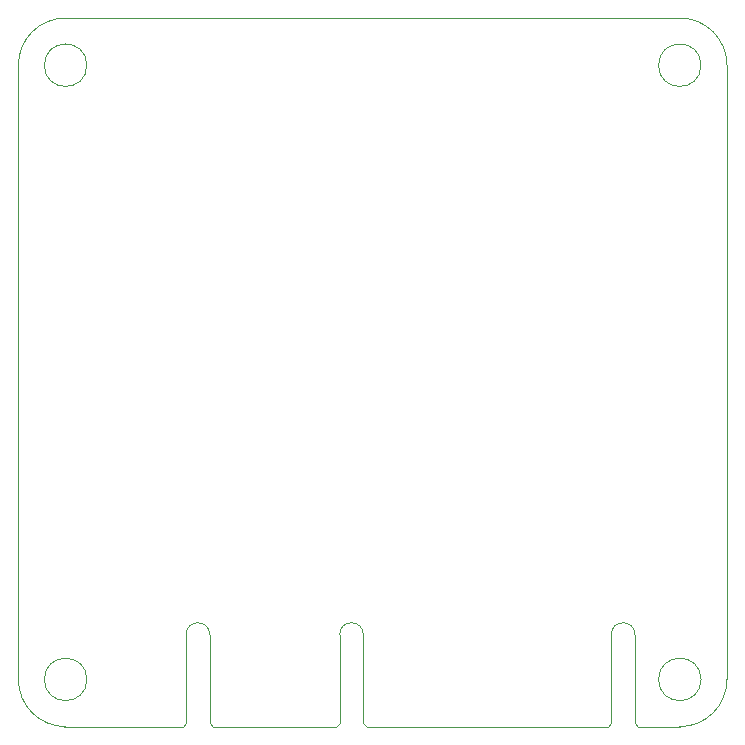
<source format=gbr>
G04 (created by PCBNEW (2013-jul-07)-stable) date Wed 09 Oct 2013 01:20:09 AM EDT*
%MOIN*%
G04 Gerber Fmt 3.4, Leading zero omitted, Abs format*
%FSLAX34Y34*%
G01*
G70*
G90*
G04 APERTURE LIST*
%ADD10C,0.00590551*%
%ADD11C,0.00393701*%
G04 APERTURE END LIST*
G54D10*
G54D11*
X77244Y-44173D02*
G75*
G03X76456Y-44173I-393J0D01*
G74*
G01*
X82362Y-44173D02*
G75*
G03X81574Y-44173I-393J0D01*
G74*
G01*
X92913Y-47244D02*
X91535Y-47244D01*
X77362Y-47244D02*
X81456Y-47244D01*
X76338Y-47244D02*
X72401Y-47244D01*
X76456Y-47125D02*
X76338Y-47244D01*
X76456Y-47125D02*
X76456Y-44173D01*
X77244Y-47125D02*
X77244Y-44173D01*
X77362Y-47244D02*
X77244Y-47125D01*
X82480Y-47244D02*
X90511Y-47244D01*
X82362Y-47125D02*
X82480Y-47244D01*
X82362Y-44173D02*
X82362Y-47125D01*
X81574Y-47125D02*
X81574Y-44173D01*
X81456Y-47244D02*
X81574Y-47125D01*
X90629Y-44173D02*
X90629Y-47125D01*
X91417Y-47125D02*
X91535Y-47244D01*
X91417Y-44173D02*
X91417Y-47125D01*
X91417Y-44173D02*
G75*
G03X90629Y-44173I-393J0D01*
G74*
G01*
X90511Y-47244D02*
X90629Y-47125D01*
X70866Y-45669D02*
X70866Y-25196D01*
X94488Y-25196D02*
X94488Y-45669D01*
X72440Y-23622D02*
X92913Y-23622D01*
X93622Y-25196D02*
G75*
G03X93622Y-25196I-708J0D01*
G74*
G01*
X73149Y-25196D02*
G75*
G03X73149Y-25196I-708J0D01*
G74*
G01*
X93622Y-45669D02*
G75*
G03X93622Y-45669I-708J0D01*
G74*
G01*
X73149Y-45669D02*
G75*
G03X73149Y-45669I-708J0D01*
G74*
G01*
X92913Y-47244D02*
G75*
G03X94488Y-45669I0J1574D01*
G74*
G01*
X70866Y-45669D02*
G75*
G03X72440Y-47244I1574J0D01*
G74*
G01*
X94488Y-25196D02*
G75*
G03X92913Y-23622I-1574J0D01*
G74*
G01*
X72440Y-23622D02*
G75*
G03X70866Y-25196I0J-1574D01*
G74*
G01*
M02*

</source>
